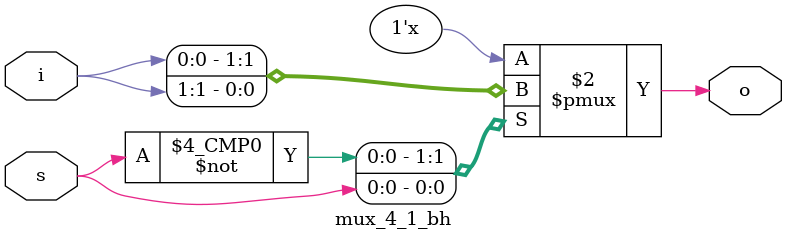
<source format=v>
/**********************************
    4:1 Multiplexer - Behavioural
**********************************/

module mux_4_1_bh(o,i,s);
input [3:0]i;
input s;
output reg o;

always @(*) begin
    case(s)
        2'd0:   o = i[0];
        2'd1:   o = i[1];
        2'd2:   o = i[2];
        2'd3:   o = i[3];
        default: $display("error"); // can not be synth.
    endcase
end
    
endmodule
</source>
